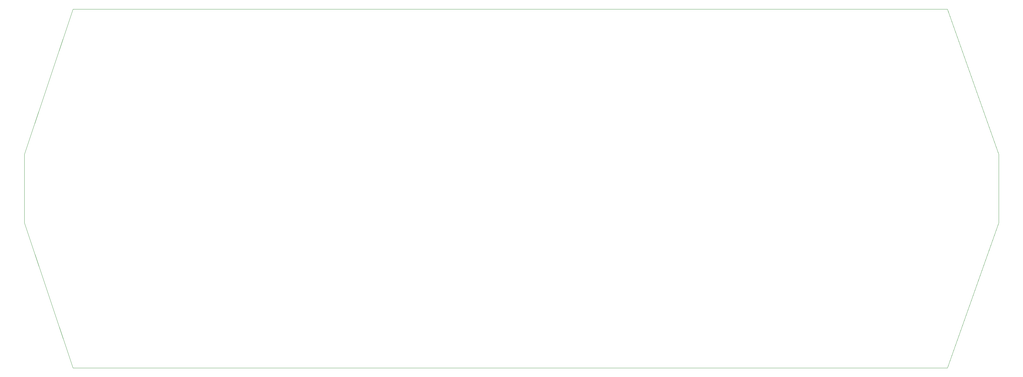
<source format=gbr>
G04 #@! TF.GenerationSoftware,KiCad,Pcbnew,(5.1.4)-1*
G04 #@! TF.CreationDate,2019-12-22T22:02:26+01:00*
G04 #@! TF.ProjectId,keyboard3,6b657962-6f61-4726-9433-2e6b69636164,rev?*
G04 #@! TF.SameCoordinates,Original*
G04 #@! TF.FileFunction,Profile,NP*
%FSLAX46Y46*%
G04 Gerber Fmt 4.6, Leading zero omitted, Abs format (unit mm)*
G04 Created by KiCad (PCBNEW (5.1.4)-1) date 2019-12-22 22:02:26*
%MOMM*%
%LPD*%
G04 APERTURE LIST*
%ADD10C,0.050000*%
G04 APERTURE END LIST*
D10*
X284162500Y-80168750D02*
X284162500Y-99218750D01*
X269875000Y-39687500D02*
X284162500Y-80168750D01*
X26193750Y-39687500D02*
X269875000Y-39687500D01*
X12700000Y-80168750D02*
X26193750Y-39687500D01*
X12700000Y-80168750D02*
X12700000Y-99218750D01*
X26193750Y-139700000D02*
X12700000Y-99218750D01*
X269875000Y-139700000D02*
X26193750Y-139700000D01*
X284162500Y-99218750D02*
X269875000Y-139700000D01*
M02*

</source>
